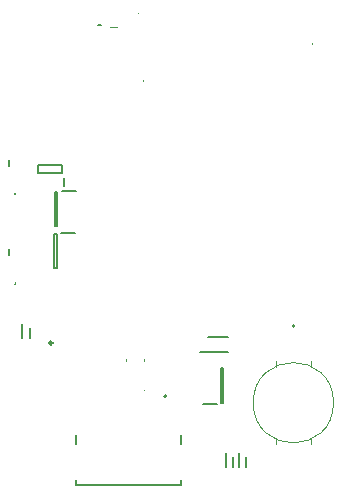
<source format=gbr>
%TF.GenerationSoftware,Altium Limited,Altium Designer,23.9.2 (47)*%
G04 Layer_Color=32896*
%FSLAX45Y45*%
%MOMM*%
%TF.SameCoordinates,C6D65D71-24B2-464F-8DE7-77A712877E08*%
%TF.FilePolarity,Positive*%
%TF.FileFunction,Legend,Bot*%
%TF.Part,Single*%
G01*
G75*
%TA.AperFunction,NonConductor*%
%ADD93C,0.25000*%
%ADD94C,0.20000*%
%ADD95C,0.10000*%
%ADD97C,0.05000*%
%ADD98C,0.12700*%
D93*
X464200Y1283040D02*
G03*
X464200Y1283040I-12500J0D01*
G01*
D94*
X150000Y1780000D02*
G03*
X150000Y1790000I0J5000D01*
G01*
D02*
G03*
X150000Y1780000I0J-5000D01*
G01*
D02*
G03*
X150000Y1790000I0J5000D01*
G01*
X1430000Y832500D02*
G03*
X1430000Y832500I-10000J0D01*
G01*
X2515000Y1427500D02*
G03*
X2495000Y1427500I-10000J0D01*
G01*
D02*
G03*
X2515000Y1427500I10000J0D01*
G01*
X150000Y2540000D02*
G03*
X150000Y2550000I0J5000D01*
G01*
D02*
G03*
X150000Y2540000I0J-5000D01*
G01*
D02*
G03*
X150000Y2550000I0J5000D01*
G01*
X100000Y2025000D02*
Y2075000D01*
Y2025000D02*
Y2075000D01*
X1737540Y770700D02*
X1857540D01*
X1892540Y779200D02*
Y1069200D01*
X1912540D01*
Y779200D02*
Y1069200D01*
X1892540Y779200D02*
X1912540D01*
X536885Y2215560D02*
X656885D01*
X501885Y1917060D02*
Y2207060D01*
X481885Y1917060D02*
X501885D01*
X481885D02*
Y2207060D01*
X501885D01*
X542190Y2572153D02*
X662190D01*
X507190Y2273653D02*
Y2563653D01*
X487190Y2273653D02*
X507190D01*
X487190D02*
Y2563653D01*
X507190D01*
X546245Y2718887D02*
Y2793887D01*
X346245D02*
X546245D01*
X346245Y2718887D02*
Y2793887D01*
Y2718887D02*
X546245D01*
X561245Y2608887D02*
Y2683887D01*
X1710540Y1208800D02*
X1952540D01*
X1782540Y1333800D02*
X1952540D01*
X2105369Y234251D02*
Y314251D01*
X2045370Y234251D02*
Y349751D01*
X1993882Y235058D02*
Y315058D01*
X1933882Y235058D02*
Y350558D01*
X271300Y1329060D02*
Y1409060D01*
X211300Y1329060D02*
Y1444560D01*
X849115Y3972500D02*
X879115D01*
X100000Y2785000D02*
Y2835000D01*
Y2785000D02*
Y2835000D01*
D95*
X1235820Y3504120D02*
G03*
X1235820Y3494120I0J-5000D01*
G01*
D02*
G03*
X1235820Y3504120I0J5000D01*
G01*
X2669540Y3819600D02*
G03*
X2669540Y3809600I0J-5000D01*
G01*
D02*
G03*
X2669540Y3819600I0J5000D01*
G01*
X1190360Y4079660D02*
G03*
X1190360Y4069660I0J-5000D01*
G01*
D02*
G03*
X1190360Y4079660I0J5000D01*
G01*
X2845000Y777500D02*
G03*
X2165000Y777500I-340000J0D01*
G01*
D02*
G03*
X2845000Y777500I340000J0D01*
G01*
X1249702Y878967D02*
G03*
X1239702Y878967I-5000J0D01*
G01*
D02*
G03*
X1249702Y878967I5000J0D01*
G01*
X1091620Y1138600D02*
Y1143600D01*
X1236620Y1138600D02*
Y1143600D01*
X1091620Y1133600D02*
Y1138600D01*
X1236620Y1133600D02*
Y1138600D01*
X952500Y3962500D02*
X1012500D01*
X2655000Y1077500D02*
Y1127500D01*
X2355000Y1077500D02*
Y1127500D01*
X2655000Y427500D02*
Y477500D01*
X2355000Y427500D02*
Y477500D01*
D97*
X1214120Y1063600D02*
G03*
X1214120Y1068600I0J2500D01*
G01*
D02*
G03*
X1214120Y1063600I0J-2500D01*
G01*
D98*
X663000Y425500D02*
Y502000D01*
Y77500D02*
Y119500D01*
Y77500D02*
X1557000D01*
Y119500D01*
Y425500D02*
Y502000D01*
%TF.MD5,2bf422e84f7d8b5929c04707606cf946*%
M02*

</source>
